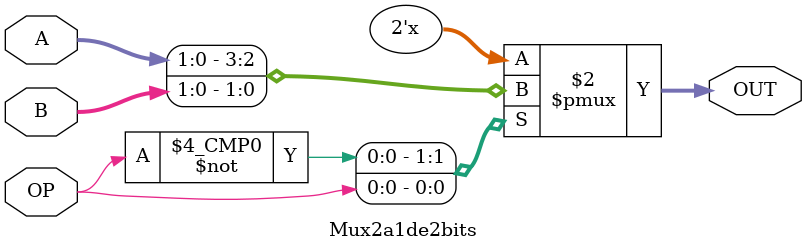
<source format=v>


module Mux2a1de2bits(A,B,OP,OUT);

    input [1:0] A,B;
    input OP;
    output reg [1:0] OUT;

    always @(OP or A or B)
        case (OP)
            1'b0: OUT=A;
            1'b1: OUT=B; 
        endcase

endmodule


</source>
